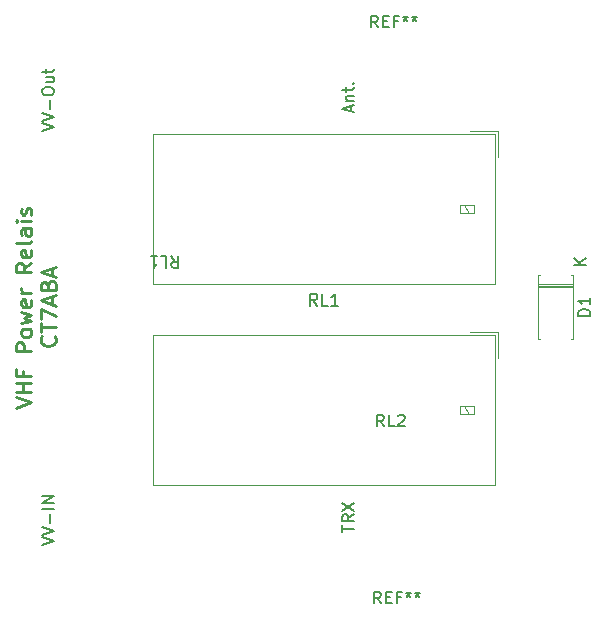
<source format=gbr>
%TF.GenerationSoftware,KiCad,Pcbnew,(6.0.0)*%
%TF.CreationDate,2024-03-29T19:30:22+00:00*%
%TF.ProjectId,Power_2Relais_TRX_PA,506f7765-725f-4325-9265-6c6169735f54,rev?*%
%TF.SameCoordinates,Original*%
%TF.FileFunction,Legend,Top*%
%TF.FilePolarity,Positive*%
%FSLAX46Y46*%
G04 Gerber Fmt 4.6, Leading zero omitted, Abs format (unit mm)*
G04 Created by KiCad (PCBNEW (6.0.0)) date 2024-03-29 19:30:22*
%MOMM*%
%LPD*%
G01*
G04 APERTURE LIST*
%ADD10C,0.150000*%
%ADD11C,0.250000*%
%ADD12C,0.120000*%
G04 APERTURE END LIST*
D10*
X128738380Y-107552857D02*
X129738380Y-107219523D01*
X128738380Y-106886190D01*
X128738380Y-106695714D02*
X129738380Y-106362380D01*
X128738380Y-106029047D01*
X129357428Y-105695714D02*
X129357428Y-104933809D01*
X129738380Y-104457619D02*
X128738380Y-104457619D01*
X129738380Y-103981428D02*
X128738380Y-103981428D01*
X129738380Y-103410000D01*
X128738380Y-103410000D01*
X128738380Y-72492857D02*
X129738380Y-72159523D01*
X128738380Y-71826190D01*
X128738380Y-71635714D02*
X129738380Y-71302380D01*
X128738380Y-70969047D01*
X129357428Y-70635714D02*
X129357428Y-69873809D01*
X128738380Y-69207142D02*
X128738380Y-69016666D01*
X128786000Y-68921428D01*
X128881238Y-68826190D01*
X129071714Y-68778571D01*
X129405047Y-68778571D01*
X129595523Y-68826190D01*
X129690761Y-68921428D01*
X129738380Y-69016666D01*
X129738380Y-69207142D01*
X129690761Y-69302380D01*
X129595523Y-69397619D01*
X129405047Y-69445238D01*
X129071714Y-69445238D01*
X128881238Y-69397619D01*
X128786000Y-69302380D01*
X128738380Y-69207142D01*
X129071714Y-67921428D02*
X129738380Y-67921428D01*
X129071714Y-68350000D02*
X129595523Y-68350000D01*
X129690761Y-68302380D01*
X129738380Y-68207142D01*
X129738380Y-68064285D01*
X129690761Y-67969047D01*
X129643142Y-67921428D01*
X129071714Y-67588095D02*
X129071714Y-67207142D01*
X128738380Y-67445238D02*
X129595523Y-67445238D01*
X129690761Y-67397619D01*
X129738380Y-67302380D01*
X129738380Y-67207142D01*
X154138380Y-106417904D02*
X154138380Y-105846476D01*
X155138380Y-106132190D02*
X154138380Y-106132190D01*
X155138380Y-104941714D02*
X154662190Y-105275047D01*
X155138380Y-105513142D02*
X154138380Y-105513142D01*
X154138380Y-105132190D01*
X154186000Y-105036952D01*
X154233619Y-104989333D01*
X154328857Y-104941714D01*
X154471714Y-104941714D01*
X154566952Y-104989333D01*
X154614571Y-105036952D01*
X154662190Y-105132190D01*
X154662190Y-105513142D01*
X154138380Y-104608380D02*
X155138380Y-103941714D01*
X154138380Y-103941714D02*
X155138380Y-104608380D01*
X154852666Y-70810285D02*
X154852666Y-70334095D01*
X155138380Y-70905523D02*
X154138380Y-70572190D01*
X155138380Y-70238857D01*
X154471714Y-69905523D02*
X155138380Y-69905523D01*
X154566952Y-69905523D02*
X154519333Y-69857904D01*
X154471714Y-69762666D01*
X154471714Y-69619809D01*
X154519333Y-69524571D01*
X154614571Y-69476952D01*
X155138380Y-69476952D01*
X154471714Y-69143619D02*
X154471714Y-68762666D01*
X154138380Y-69000761D02*
X154995523Y-69000761D01*
X155090761Y-68953142D01*
X155138380Y-68857904D01*
X155138380Y-68762666D01*
X155043142Y-68429333D02*
X155090761Y-68381714D01*
X155138380Y-68429333D01*
X155090761Y-68476952D01*
X155043142Y-68429333D01*
X155138380Y-68429333D01*
D11*
X126511595Y-95887904D02*
X127811595Y-95454571D01*
X126511595Y-95021238D01*
X127811595Y-94587904D02*
X126511595Y-94587904D01*
X127130642Y-94587904D02*
X127130642Y-93845047D01*
X127811595Y-93845047D02*
X126511595Y-93845047D01*
X127130642Y-92792666D02*
X127130642Y-93226000D01*
X127811595Y-93226000D02*
X126511595Y-93226000D01*
X126511595Y-92606952D01*
X127811595Y-91121238D02*
X126511595Y-91121238D01*
X126511595Y-90626000D01*
X126573500Y-90502190D01*
X126635404Y-90440285D01*
X126759214Y-90378380D01*
X126944928Y-90378380D01*
X127068738Y-90440285D01*
X127130642Y-90502190D01*
X127192547Y-90626000D01*
X127192547Y-91121238D01*
X127811595Y-89635523D02*
X127749690Y-89759333D01*
X127687785Y-89821238D01*
X127563976Y-89883142D01*
X127192547Y-89883142D01*
X127068738Y-89821238D01*
X127006833Y-89759333D01*
X126944928Y-89635523D01*
X126944928Y-89449809D01*
X127006833Y-89326000D01*
X127068738Y-89264095D01*
X127192547Y-89202190D01*
X127563976Y-89202190D01*
X127687785Y-89264095D01*
X127749690Y-89326000D01*
X127811595Y-89449809D01*
X127811595Y-89635523D01*
X126944928Y-88768857D02*
X127811595Y-88521238D01*
X127192547Y-88273619D01*
X127811595Y-88026000D01*
X126944928Y-87778380D01*
X127749690Y-86787904D02*
X127811595Y-86911714D01*
X127811595Y-87159333D01*
X127749690Y-87283142D01*
X127625880Y-87345047D01*
X127130642Y-87345047D01*
X127006833Y-87283142D01*
X126944928Y-87159333D01*
X126944928Y-86911714D01*
X127006833Y-86787904D01*
X127130642Y-86726000D01*
X127254452Y-86726000D01*
X127378261Y-87345047D01*
X127811595Y-86168857D02*
X126944928Y-86168857D01*
X127192547Y-86168857D02*
X127068738Y-86106952D01*
X127006833Y-86045047D01*
X126944928Y-85921238D01*
X126944928Y-85797428D01*
X127811595Y-83630761D02*
X127192547Y-84064095D01*
X127811595Y-84373619D02*
X126511595Y-84373619D01*
X126511595Y-83878380D01*
X126573500Y-83754571D01*
X126635404Y-83692666D01*
X126759214Y-83630761D01*
X126944928Y-83630761D01*
X127068738Y-83692666D01*
X127130642Y-83754571D01*
X127192547Y-83878380D01*
X127192547Y-84373619D01*
X127749690Y-82578380D02*
X127811595Y-82702190D01*
X127811595Y-82949809D01*
X127749690Y-83073619D01*
X127625880Y-83135523D01*
X127130642Y-83135523D01*
X127006833Y-83073619D01*
X126944928Y-82949809D01*
X126944928Y-82702190D01*
X127006833Y-82578380D01*
X127130642Y-82516476D01*
X127254452Y-82516476D01*
X127378261Y-83135523D01*
X127811595Y-81773619D02*
X127749690Y-81897428D01*
X127625880Y-81959333D01*
X126511595Y-81959333D01*
X127811595Y-80721238D02*
X127130642Y-80721238D01*
X127006833Y-80783142D01*
X126944928Y-80906952D01*
X126944928Y-81154571D01*
X127006833Y-81278380D01*
X127749690Y-80721238D02*
X127811595Y-80845047D01*
X127811595Y-81154571D01*
X127749690Y-81278380D01*
X127625880Y-81340285D01*
X127502071Y-81340285D01*
X127378261Y-81278380D01*
X127316357Y-81154571D01*
X127316357Y-80845047D01*
X127254452Y-80721238D01*
X127811595Y-80102190D02*
X126944928Y-80102190D01*
X126511595Y-80102190D02*
X126573500Y-80164095D01*
X126635404Y-80102190D01*
X126573500Y-80040285D01*
X126511595Y-80102190D01*
X126635404Y-80102190D01*
X127749690Y-79545047D02*
X127811595Y-79421238D01*
X127811595Y-79173619D01*
X127749690Y-79049809D01*
X127625880Y-78987904D01*
X127563976Y-78987904D01*
X127440166Y-79049809D01*
X127378261Y-79173619D01*
X127378261Y-79359333D01*
X127316357Y-79483142D01*
X127192547Y-79545047D01*
X127130642Y-79545047D01*
X127006833Y-79483142D01*
X126944928Y-79359333D01*
X126944928Y-79173619D01*
X127006833Y-79049809D01*
X129780785Y-89852190D02*
X129842690Y-89914095D01*
X129904595Y-90099809D01*
X129904595Y-90223619D01*
X129842690Y-90409333D01*
X129718880Y-90533142D01*
X129595071Y-90595047D01*
X129347452Y-90656952D01*
X129161738Y-90656952D01*
X128914119Y-90595047D01*
X128790309Y-90533142D01*
X128666500Y-90409333D01*
X128604595Y-90223619D01*
X128604595Y-90099809D01*
X128666500Y-89914095D01*
X128728404Y-89852190D01*
X128604595Y-89480761D02*
X128604595Y-88737904D01*
X129904595Y-89109333D02*
X128604595Y-89109333D01*
X128604595Y-88428380D02*
X128604595Y-87561714D01*
X129904595Y-88118857D01*
X129533166Y-87128380D02*
X129533166Y-86509333D01*
X129904595Y-87252190D02*
X128604595Y-86818857D01*
X129904595Y-86385523D01*
X129223642Y-85518857D02*
X129285547Y-85333142D01*
X129347452Y-85271238D01*
X129471261Y-85209333D01*
X129656976Y-85209333D01*
X129780785Y-85271238D01*
X129842690Y-85333142D01*
X129904595Y-85456952D01*
X129904595Y-85952190D01*
X128604595Y-85952190D01*
X128604595Y-85518857D01*
X128666500Y-85395047D01*
X128728404Y-85333142D01*
X128852214Y-85271238D01*
X128976023Y-85271238D01*
X129099833Y-85333142D01*
X129161738Y-85395047D01*
X129223642Y-85518857D01*
X129223642Y-85952190D01*
X129533166Y-84714095D02*
X129533166Y-84095047D01*
X129904595Y-84837904D02*
X128604595Y-84404571D01*
X129904595Y-83971238D01*
D10*
X139671428Y-83047619D02*
X140004761Y-83523809D01*
X140242857Y-83047619D02*
X140242857Y-84047619D01*
X139861904Y-84047619D01*
X139766666Y-84000000D01*
X139719047Y-83952380D01*
X139671428Y-83857142D01*
X139671428Y-83714285D01*
X139719047Y-83619047D01*
X139766666Y-83571428D01*
X139861904Y-83523809D01*
X140242857Y-83523809D01*
X138766666Y-83047619D02*
X139242857Y-83047619D01*
X139242857Y-84047619D01*
X137909523Y-83047619D02*
X138480952Y-83047619D01*
X138195238Y-83047619D02*
X138195238Y-84047619D01*
X138290476Y-83904761D01*
X138385714Y-83809523D01*
X138480952Y-83761904D01*
%TO.C,RL1*%
X152020071Y-87258880D02*
X151686738Y-86782690D01*
X151448642Y-87258880D02*
X151448642Y-86258880D01*
X151829595Y-86258880D01*
X151924833Y-86306500D01*
X151972452Y-86354119D01*
X152020071Y-86449357D01*
X152020071Y-86592214D01*
X151972452Y-86687452D01*
X151924833Y-86735071D01*
X151829595Y-86782690D01*
X151448642Y-86782690D01*
X152924833Y-87258880D02*
X152448642Y-87258880D01*
X152448642Y-86258880D01*
X153781976Y-87258880D02*
X153210547Y-87258880D01*
X153496261Y-87258880D02*
X153496261Y-86258880D01*
X153401023Y-86401738D01*
X153305785Y-86496976D01*
X153210547Y-86544595D01*
%TO.C,RL2*%
X157670571Y-97480380D02*
X157337238Y-97004190D01*
X157099142Y-97480380D02*
X157099142Y-96480380D01*
X157480095Y-96480380D01*
X157575333Y-96528000D01*
X157622952Y-96575619D01*
X157670571Y-96670857D01*
X157670571Y-96813714D01*
X157622952Y-96908952D01*
X157575333Y-96956571D01*
X157480095Y-97004190D01*
X157099142Y-97004190D01*
X158575333Y-97480380D02*
X158099142Y-97480380D01*
X158099142Y-96480380D01*
X158861047Y-96575619D02*
X158908666Y-96528000D01*
X159003904Y-96480380D01*
X159242000Y-96480380D01*
X159337238Y-96528000D01*
X159384857Y-96575619D01*
X159432476Y-96670857D01*
X159432476Y-96766095D01*
X159384857Y-96908952D01*
X158813428Y-97480380D01*
X159432476Y-97480380D01*
%TO.C,REF\u002A\u002A*%
X157416666Y-112466380D02*
X157083333Y-111990190D01*
X156845238Y-112466380D02*
X156845238Y-111466380D01*
X157226190Y-111466380D01*
X157321428Y-111514000D01*
X157369047Y-111561619D01*
X157416666Y-111656857D01*
X157416666Y-111799714D01*
X157369047Y-111894952D01*
X157321428Y-111942571D01*
X157226190Y-111990190D01*
X156845238Y-111990190D01*
X157845238Y-111942571D02*
X158178571Y-111942571D01*
X158321428Y-112466380D02*
X157845238Y-112466380D01*
X157845238Y-111466380D01*
X158321428Y-111466380D01*
X159083333Y-111942571D02*
X158750000Y-111942571D01*
X158750000Y-112466380D02*
X158750000Y-111466380D01*
X159226190Y-111466380D01*
X159750000Y-111466380D02*
X159750000Y-111704476D01*
X159511904Y-111609238D02*
X159750000Y-111704476D01*
X159988095Y-111609238D01*
X159607142Y-111894952D02*
X159750000Y-111704476D01*
X159892857Y-111894952D01*
X160511904Y-111466380D02*
X160511904Y-111704476D01*
X160273809Y-111609238D02*
X160511904Y-111704476D01*
X160750000Y-111609238D01*
X160369047Y-111894952D02*
X160511904Y-111704476D01*
X160654761Y-111894952D01*
%TO.C,D1*%
X175134380Y-88114095D02*
X174134380Y-88114095D01*
X174134380Y-87876000D01*
X174182000Y-87733142D01*
X174277238Y-87637904D01*
X174372476Y-87590285D01*
X174562952Y-87542666D01*
X174705809Y-87542666D01*
X174896285Y-87590285D01*
X174991523Y-87637904D01*
X175086761Y-87733142D01*
X175134380Y-87876000D01*
X175134380Y-88114095D01*
X175134380Y-86590285D02*
X175134380Y-87161714D01*
X175134380Y-86876000D02*
X174134380Y-86876000D01*
X174277238Y-86971238D01*
X174372476Y-87066476D01*
X174420095Y-87161714D01*
X174764380Y-83827904D02*
X173764380Y-83827904D01*
X174764380Y-83256476D02*
X174192952Y-83685047D01*
X173764380Y-83256476D02*
X174335809Y-83827904D01*
%TO.C,REF\u002A\u002A*%
X157162666Y-63698380D02*
X156829333Y-63222190D01*
X156591238Y-63698380D02*
X156591238Y-62698380D01*
X156972190Y-62698380D01*
X157067428Y-62746000D01*
X157115047Y-62793619D01*
X157162666Y-62888857D01*
X157162666Y-63031714D01*
X157115047Y-63126952D01*
X157067428Y-63174571D01*
X156972190Y-63222190D01*
X156591238Y-63222190D01*
X157591238Y-63174571D02*
X157924571Y-63174571D01*
X158067428Y-63698380D02*
X157591238Y-63698380D01*
X157591238Y-62698380D01*
X158067428Y-62698380D01*
X158829333Y-63174571D02*
X158496000Y-63174571D01*
X158496000Y-63698380D02*
X158496000Y-62698380D01*
X158972190Y-62698380D01*
X159496000Y-62698380D02*
X159496000Y-62936476D01*
X159257904Y-62841238D02*
X159496000Y-62936476D01*
X159734095Y-62841238D01*
X159353142Y-63126952D02*
X159496000Y-62936476D01*
X159638857Y-63126952D01*
X160257904Y-62698380D02*
X160257904Y-62936476D01*
X160019809Y-62841238D02*
X160257904Y-62936476D01*
X160496000Y-62841238D01*
X160115047Y-63126952D02*
X160257904Y-62936476D01*
X160400761Y-63126952D01*
D12*
%TO.C,RL1*%
X165291500Y-79406500D02*
X165291500Y-78706500D01*
X164991500Y-72466500D02*
X167331500Y-72466500D01*
X164091500Y-78706500D02*
X164091500Y-79406500D01*
X167091500Y-72706500D02*
X138091500Y-72706500D01*
X165291500Y-78706500D02*
X164091500Y-78706500D01*
X167331500Y-72466500D02*
X167331500Y-74656500D01*
X164091500Y-79406500D02*
X165291500Y-79406500D01*
X138091500Y-72706500D02*
X138091500Y-85406500D01*
X167091500Y-85406500D02*
X167091500Y-72706500D01*
X138091500Y-85406500D02*
X167091500Y-85406500D01*
X164491500Y-78706500D02*
X164891500Y-79406500D01*
%TO.C,RL2*%
X138091500Y-102424500D02*
X167091500Y-102424500D01*
X164491500Y-95724500D02*
X164891500Y-96424500D01*
X165291500Y-95724500D02*
X164091500Y-95724500D01*
X167331500Y-89484500D02*
X167331500Y-91674500D01*
X164091500Y-96424500D02*
X165291500Y-96424500D01*
X164091500Y-95724500D02*
X164091500Y-96424500D01*
X167091500Y-89724500D02*
X138091500Y-89724500D01*
X165291500Y-96424500D02*
X165291500Y-95724500D01*
X164991500Y-89484500D02*
X167331500Y-89484500D01*
X167091500Y-102424500D02*
X167091500Y-89724500D01*
X138091500Y-89724500D02*
X138091500Y-102424500D01*
%TO.C,D1*%
X173682000Y-85676000D02*
X170742000Y-85676000D01*
X173682000Y-90096000D02*
X173552000Y-90096000D01*
X173682000Y-85556000D02*
X170742000Y-85556000D01*
X170742000Y-84656000D02*
X170742000Y-90096000D01*
X173682000Y-85436000D02*
X170742000Y-85436000D01*
X173552000Y-84656000D02*
X173682000Y-84656000D01*
X170872000Y-84656000D02*
X170742000Y-84656000D01*
X173682000Y-84656000D02*
X173682000Y-90096000D01*
X170742000Y-90096000D02*
X170872000Y-90096000D01*
%TD*%
M02*

</source>
